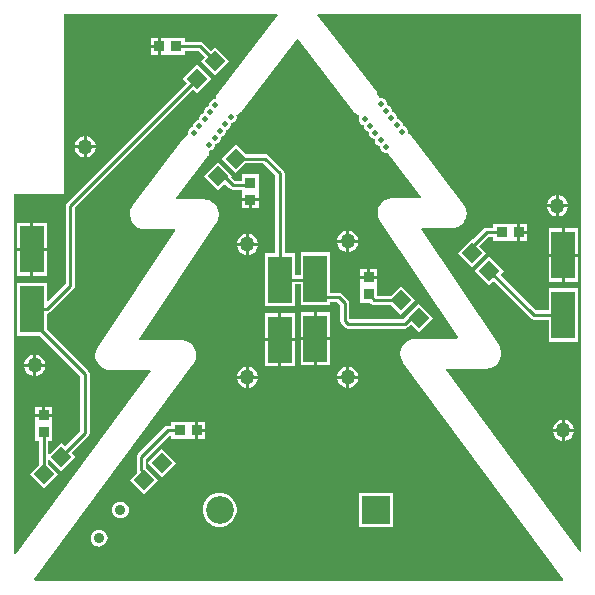
<source format=gbl>
G04*
G04 #@! TF.GenerationSoftware,Altium Limited,Altium Designer,23.1.1 (15)*
G04*
G04 Layer_Physical_Order=2*
G04 Layer_Color=16711680*
%FSLAX44Y44*%
%MOMM*%
G71*
G04*
G04 #@! TF.SameCoordinates,FE5ED9A9-07CB-4C5F-963A-3420CF118FF3*
G04*
G04*
G04 #@! TF.FilePolarity,Positive*
G04*
G01*
G75*
%ADD12C,0.0001*%
%ADD16R,0.9621X0.9350*%
%ADD17R,2.0000X4.0000*%
%ADD18P,1.6971X4X360.0*%
%ADD19P,1.6971X4X90.0*%
%ADD20R,0.9350X0.9621*%
%ADD25C,0.9000*%
%ADD28C,0.2540*%
%ADD29C,2.3500*%
%ADD30R,2.3500X2.3500*%
%ADD31C,0.5000*%
%ADD32C,1.2700*%
G36*
X480000Y25052D02*
X478793Y24655D01*
X365378Y178576D01*
X365951Y179710D01*
X401049D01*
X401391Y179778D01*
X401740Y179803D01*
X404357Y180527D01*
X404669Y180684D01*
X404998Y180802D01*
X407328Y182197D01*
X407586Y182432D01*
X407872Y182633D01*
X409745Y184599D01*
X409932Y184894D01*
X410154Y185163D01*
X411435Y187558D01*
X411537Y187892D01*
X411679Y188211D01*
X412275Y190861D01*
X412284Y191210D01*
X412336Y191555D01*
X412205Y194268D01*
X412120Y194606D01*
X412077Y194953D01*
X411228Y197532D01*
X411056Y197836D01*
X410923Y198159D01*
X410170Y199289D01*
X344641Y297582D01*
X345240Y298702D01*
X371761D01*
X372113Y298772D01*
X372471Y298801D01*
X375159Y299567D01*
X375478Y299731D01*
X375814Y299857D01*
X378189Y301330D01*
X378451Y301575D01*
X378740Y301789D01*
X380621Y303857D01*
X380806Y304164D01*
X381025Y304448D01*
X382267Y306952D01*
X382360Y307299D01*
X382493Y307633D01*
X383001Y310381D01*
X382996Y310740D01*
X383032Y311097D01*
X382768Y313880D01*
X382664Y314223D01*
X382602Y314577D01*
X381584Y317180D01*
X381391Y317483D01*
X381234Y317805D01*
X380388Y318918D01*
X380388Y318918D01*
X337988Y374678D01*
X337988Y374678D01*
X337037Y375928D01*
X336736Y376194D01*
X336458Y376484D01*
X333882Y378282D01*
X333623Y378395D01*
X333756Y378717D01*
Y380723D01*
X332989Y382575D01*
X331571Y383993D01*
X329719Y384760D01*
X329220D01*
X329184Y384813D01*
Y386819D01*
X328417Y388671D01*
X326999Y390089D01*
X325146Y390856D01*
X324358D01*
Y392660D01*
X323591Y394513D01*
X322173Y395931D01*
X320321Y396698D01*
X320040D01*
Y398503D01*
X319273Y400355D01*
X317855Y401773D01*
X316003Y402540D01*
X315722D01*
Y404344D01*
X314955Y406197D01*
X313537Y407615D01*
X311684Y408382D01*
X309680D01*
X308870Y409421D01*
X308466Y410615D01*
X308360Y410799D01*
X308298Y411003D01*
X307529Y412447D01*
X307394Y412611D01*
X307300Y412802D01*
X306804Y413452D01*
X306804Y413452D01*
X256784Y478861D01*
X257347Y480000D01*
X267500D01*
X480000Y480000D01*
Y25052D01*
D02*
G37*
G36*
X223276Y478861D02*
X173256Y413452D01*
X172456Y412406D01*
X172307Y412102D01*
X172119Y411820D01*
X171115Y409384D01*
X171050Y409052D01*
X170942Y408731D01*
X170787Y407540D01*
X168997D01*
X167145Y406773D01*
X165727Y405355D01*
X164960Y403503D01*
Y401698D01*
X164680D01*
X162827Y400931D01*
X161409Y399513D01*
X160642Y397660D01*
Y395856D01*
X160361D01*
X158509Y395089D01*
X157091Y393671D01*
X156324Y391819D01*
Y390014D01*
X155535D01*
X153683Y389247D01*
X152265Y387829D01*
X151498Y385976D01*
Y383971D01*
X151462Y383918D01*
X150963D01*
X149111Y383151D01*
X147693Y381733D01*
X146926Y379880D01*
Y377876D01*
X147164Y377302D01*
X147118Y377282D01*
X144542Y375484D01*
X144264Y375194D01*
X143963Y374928D01*
X143012Y373678D01*
X143012Y373678D01*
X100612Y317918D01*
X99766Y316805D01*
X99609Y316483D01*
X99416Y316180D01*
X98398Y313577D01*
X98336Y313223D01*
X98232Y312880D01*
X97968Y310097D01*
X98004Y309740D01*
X97999Y309381D01*
X98507Y306632D01*
X98640Y306299D01*
X98733Y305952D01*
X99975Y303448D01*
X100194Y303164D01*
X100379Y302857D01*
X102260Y300788D01*
X102549Y300575D01*
X102811Y300330D01*
X105186Y298857D01*
X105522Y298731D01*
X105841Y298567D01*
X108530Y297801D01*
X108887Y297772D01*
X109239Y297702D01*
X135760D01*
X136359Y296582D01*
X70830Y198289D01*
X70077Y197159D01*
X69944Y196836D01*
X69772Y196532D01*
X68923Y193953D01*
X68880Y193606D01*
X68795Y193268D01*
X68664Y190555D01*
X68716Y190210D01*
X68725Y189861D01*
X69321Y187211D01*
X69463Y186892D01*
X69565Y186558D01*
X70846Y184163D01*
X71068Y183894D01*
X71255Y183599D01*
X73128Y181633D01*
X73414Y181432D01*
X73672Y181197D01*
X76002Y179802D01*
X76331Y179684D01*
X76643Y179527D01*
X79260Y178803D01*
X79608Y178778D01*
X79951Y178710D01*
X115049D01*
X115622Y177576D01*
X1207Y22298D01*
X0Y22695D01*
Y327410D01*
X40000D01*
X40991Y327607D01*
X41831Y328169D01*
X42393Y329009D01*
X42590Y330000D01*
Y480000D01*
X222713D01*
X223276Y478861D01*
D02*
G37*
G36*
X286796Y398152D02*
X287749Y396906D01*
X288050Y396641D01*
X288329Y396352D01*
X290906Y394562D01*
X291275Y394402D01*
X291628Y394212D01*
X291743Y394178D01*
X292359Y392662D01*
X291926Y391617D01*
Y389612D01*
X292693Y387759D01*
X294111Y386341D01*
X295963Y385574D01*
X296498D01*
Y383769D01*
X297265Y381917D01*
X298683Y380499D01*
X300536Y379732D01*
X300816D01*
Y377928D01*
X301583Y376075D01*
X303001Y374657D01*
X304853Y373890D01*
X305134D01*
Y372085D01*
X305901Y370233D01*
X307319Y368815D01*
X309172Y368048D01*
X309960D01*
Y366497D01*
X310727Y364645D01*
X312145Y363227D01*
X313997Y362460D01*
X316003D01*
X316455Y361875D01*
X317219Y360435D01*
X317353Y360271D01*
X317445Y360081D01*
X317938Y359432D01*
X344101Y325027D01*
X343537Y323889D01*
X319378D01*
X319128Y323839D01*
X318873D01*
X316940Y323455D01*
X316704Y323357D01*
X316454Y323307D01*
X314634Y322553D01*
X314421Y322411D01*
X314186Y322314D01*
X312547Y321219D01*
X312367Y321039D01*
X312155Y320897D01*
X310761Y319503D01*
X310620Y319291D01*
X310439Y319111D01*
X309345Y317472D01*
X309247Y317237D01*
X309105Y317025D01*
X308351Y315204D01*
X308301Y314954D01*
X308204Y314718D01*
X307819Y312786D01*
Y312531D01*
X307770Y312280D01*
Y310558D01*
X307807Y310371D01*
X307798Y310179D01*
X308013Y308722D01*
X308078Y308542D01*
X308096Y308351D01*
X308523Y306941D01*
X308614Y306772D01*
X308660Y306586D01*
X309289Y305254D01*
X309403Y305099D01*
X309476Y304922D01*
X309885Y304310D01*
X309885Y304310D01*
X375413Y206017D01*
X374814Y204897D01*
X338635D01*
X338385Y204847D01*
X338130D01*
X336197Y204463D01*
X335961Y204365D01*
X335711Y204315D01*
X333891Y203561D01*
X333679Y203419D01*
X333443Y203322D01*
X331805Y202227D01*
X331624Y202047D01*
X331412Y201905D01*
X330019Y200511D01*
X329877Y200299D01*
X329697Y200119D01*
X328602Y198480D01*
X328504Y198245D01*
X328363Y198033D01*
X327608Y196212D01*
X327559Y195962D01*
X327461Y195726D01*
X327077Y193794D01*
Y193539D01*
X327027Y193288D01*
Y191507D01*
X327067Y191304D01*
X327059Y191097D01*
X327312Y189524D01*
X327383Y189330D01*
X327408Y189125D01*
X327906Y187612D01*
X328008Y187431D01*
X328065Y187232D01*
X328796Y185817D01*
X328925Y185655D01*
X329013Y185468D01*
X329486Y184827D01*
X464839Y1133D01*
X464266Y0D01*
X17471D01*
X16898Y1133D01*
X151514Y183827D01*
X151987Y184468D01*
X152075Y184655D01*
X152204Y184817D01*
X152935Y186232D01*
X152992Y186431D01*
X153094Y186612D01*
X153591Y188125D01*
X153617Y188330D01*
X153688Y188524D01*
X153941Y190097D01*
X153933Y190304D01*
X153973Y190507D01*
Y192288D01*
X153923Y192539D01*
Y192794D01*
X153539Y194726D01*
X153441Y194962D01*
X153392Y195212D01*
X152638Y197033D01*
X152496Y197245D01*
X152398Y197481D01*
X151303Y199119D01*
X151123Y199299D01*
X150981Y199511D01*
X149588Y200905D01*
X149376Y201047D01*
X149195Y201227D01*
X147557Y202322D01*
X147321Y202419D01*
X147109Y202561D01*
X145289Y203315D01*
X145038Y203365D01*
X144803Y203463D01*
X142870Y203847D01*
X142615D01*
X142365Y203897D01*
X106186D01*
X105587Y205016D01*
X171115Y303309D01*
X171115Y303310D01*
X171524Y303922D01*
X171597Y304099D01*
X171711Y304254D01*
X172340Y305586D01*
X172386Y305772D01*
X172477Y305941D01*
X172903Y307351D01*
X172922Y307541D01*
X172987Y307722D01*
X173202Y309179D01*
X173193Y309370D01*
X173230Y309559D01*
Y311280D01*
X173181Y311531D01*
Y311786D01*
X172796Y313718D01*
X172699Y313954D01*
X172649Y314204D01*
X171895Y316025D01*
X171753Y316237D01*
X171656Y316472D01*
X170561Y318111D01*
X170380Y318291D01*
X170239Y318503D01*
X168845Y319897D01*
X168633Y320039D01*
X168453Y320219D01*
X166814Y321314D01*
X166579Y321411D01*
X166367Y321553D01*
X164546Y322307D01*
X164296Y322357D01*
X164060Y322454D01*
X162127Y322839D01*
X161872D01*
X161622Y322889D01*
X137463D01*
X136899Y324026D01*
X163061Y358432D01*
X163555Y359081D01*
X163647Y359271D01*
X163781Y359435D01*
X164545Y360875D01*
X164605Y361078D01*
X164711Y361261D01*
X165231Y362805D01*
X165258Y363015D01*
X165333Y363213D01*
X165523Y364372D01*
X166176D01*
X168029Y365139D01*
X169447Y366557D01*
X170214Y368410D01*
Y369960D01*
X171003D01*
X172855Y370727D01*
X174273Y372145D01*
X175040Y373997D01*
Y375802D01*
X175320D01*
X177173Y376569D01*
X178591Y377987D01*
X179358Y379840D01*
Y381644D01*
X179639D01*
X181491Y382411D01*
X182909Y383829D01*
X183676Y385681D01*
Y387486D01*
X184210D01*
X186063Y388253D01*
X187481Y389671D01*
X188248Y391524D01*
Y393529D01*
X187998Y394133D01*
X189315Y394681D01*
X189596Y394870D01*
X189900Y395020D01*
X191987Y396627D01*
X192210Y396882D01*
X192464Y397106D01*
X193264Y398152D01*
X193264Y398152D01*
X239395Y458477D01*
X240665D01*
X286796Y398152D01*
D02*
G37*
%LPC*%
G36*
X461270Y326363D02*
Y318770D01*
X468863D01*
X468284Y320931D01*
X467114Y322959D01*
X465459Y324614D01*
X463431Y325784D01*
X461270Y326363D01*
D02*
G37*
G36*
X458730D02*
X456569Y325784D01*
X454541Y324614D01*
X452886Y322959D01*
X451716Y320931D01*
X451137Y318770D01*
X458730D01*
Y326363D01*
D02*
G37*
G36*
X468863Y316230D02*
X461270D01*
Y308637D01*
X463431Y309216D01*
X465459Y310386D01*
X467114Y312041D01*
X468284Y314069D01*
X468863Y316230D01*
D02*
G37*
G36*
X458730D02*
X451137D01*
X451716Y314069D01*
X452886Y312041D01*
X454541Y310386D01*
X456569Y309216D01*
X458730Y308637D01*
Y316230D01*
D02*
G37*
G36*
X434369Y302351D02*
X428424D01*
Y296270D01*
X434369D01*
Y302351D01*
D02*
G37*
G36*
Y293730D02*
X428424D01*
Y287649D01*
X434369D01*
Y293730D01*
D02*
G37*
G36*
X425884Y302351D02*
X405631D01*
Y298885D01*
X400000D01*
X398513Y298589D01*
X397253Y297747D01*
X388292Y288785D01*
X387575Y289502D01*
X375498Y277425D01*
X387575Y265347D01*
X399653Y277425D01*
X393786Y283292D01*
X401609Y291115D01*
X405631D01*
Y287649D01*
X425884D01*
Y295000D01*
Y302351D01*
D02*
G37*
G36*
X477540Y298340D02*
X466270D01*
Y277070D01*
X477540D01*
Y298340D01*
D02*
G37*
G36*
X463730D02*
X452460D01*
Y277070D01*
X463730D01*
Y298340D01*
D02*
G37*
G36*
X477540Y274530D02*
X466270D01*
Y253260D01*
X477540D01*
Y274530D01*
D02*
G37*
G36*
X463730D02*
X452460D01*
Y253260D01*
X463730D01*
Y274530D01*
D02*
G37*
G36*
X402425Y274653D02*
X390347Y262575D01*
X402425Y250498D01*
X405717Y253790D01*
X437253Y222253D01*
X438513Y221411D01*
X440000Y221115D01*
X452460D01*
Y202460D01*
X477540D01*
Y247540D01*
X452460D01*
Y228885D01*
X441609D01*
X411210Y259284D01*
X414502Y262575D01*
X402425Y274653D01*
D02*
G37*
G36*
X466270Y136363D02*
Y128770D01*
X473863D01*
X473284Y130931D01*
X472114Y132959D01*
X470459Y134614D01*
X468431Y135784D01*
X466270Y136363D01*
D02*
G37*
G36*
X463730D02*
X461569Y135784D01*
X459541Y134614D01*
X457886Y132959D01*
X456716Y130931D01*
X456137Y128770D01*
X463730D01*
Y136363D01*
D02*
G37*
G36*
X473863Y126230D02*
X466270D01*
Y118637D01*
X468431Y119216D01*
X470459Y120386D01*
X472114Y122041D01*
X473284Y124069D01*
X473863Y126230D01*
D02*
G37*
G36*
X463730D02*
X456137D01*
X456716Y124069D01*
X457886Y122041D01*
X459541Y120386D01*
X461569Y119216D01*
X463730Y118637D01*
Y126230D01*
D02*
G37*
G36*
X121576Y459851D02*
X115631D01*
Y453770D01*
X121576D01*
Y459851D01*
D02*
G37*
G36*
Y451230D02*
X115631D01*
Y445149D01*
X121576D01*
Y451230D01*
D02*
G37*
G36*
X144369Y459851D02*
X124116D01*
Y452500D01*
Y445149D01*
X144369D01*
Y448615D01*
X155740D01*
X161139Y443216D01*
X157847Y439925D01*
X169925Y427847D01*
X182002Y439925D01*
X169925Y452002D01*
X166633Y448710D01*
X160096Y455247D01*
X158836Y456089D01*
X157349Y456385D01*
X144369D01*
Y459851D01*
D02*
G37*
G36*
X155075Y437153D02*
X142998Y425075D01*
X146290Y421783D01*
X44753Y320247D01*
X43911Y318987D01*
X43615Y317500D01*
Y251609D01*
X28713Y236707D01*
X27540Y237193D01*
Y252540D01*
X2460D01*
Y207460D01*
X22046D01*
X56115Y173391D01*
Y126609D01*
X43292Y113785D01*
X40000Y117077D01*
X30209Y107286D01*
X29035Y107772D01*
Y118477D01*
X32351D01*
Y132785D01*
Y138730D01*
X25000D01*
X17649D01*
Y132785D01*
Y118477D01*
X21266D01*
Y98343D01*
X13073Y90151D01*
X25151Y78073D01*
X37228Y90151D01*
X29035Y98343D01*
Y102228D01*
X30209Y102714D01*
X40000Y92923D01*
X52077Y105000D01*
X48786Y108292D01*
X62747Y122253D01*
X63589Y123513D01*
X63885Y125000D01*
Y175000D01*
X63589Y176487D01*
X62747Y177747D01*
X27540Y212954D01*
Y226123D01*
X28987Y226411D01*
X30247Y227253D01*
X50247Y247253D01*
X51089Y248513D01*
X51385Y250000D01*
Y315891D01*
X151784Y416290D01*
X155075Y412998D01*
X167153Y425075D01*
X155075Y437153D01*
D02*
G37*
G36*
X61270Y376363D02*
Y368770D01*
X68863D01*
X68284Y370931D01*
X67114Y372959D01*
X65459Y374614D01*
X63431Y375784D01*
X61270Y376363D01*
D02*
G37*
G36*
X58730D02*
X56569Y375784D01*
X54541Y374614D01*
X52886Y372959D01*
X51716Y370931D01*
X51137Y368770D01*
X58730D01*
Y376363D01*
D02*
G37*
G36*
X68863Y366230D02*
X61270D01*
Y358637D01*
X63431Y359216D01*
X65459Y360386D01*
X67114Y362041D01*
X68284Y364069D01*
X68863Y366230D01*
D02*
G37*
G36*
X58730D02*
X51137D01*
X51716Y364069D01*
X52886Y362041D01*
X54541Y360386D01*
X56569Y359216D01*
X58730Y358637D01*
Y366230D01*
D02*
G37*
G36*
X27540Y303340D02*
X16270D01*
Y282070D01*
X27540D01*
Y303340D01*
D02*
G37*
G36*
X13730D02*
X2460D01*
Y282070D01*
X13730D01*
Y303340D01*
D02*
G37*
G36*
X27540Y279530D02*
X16270D01*
Y258260D01*
X27540D01*
Y279530D01*
D02*
G37*
G36*
X13730D02*
X2460D01*
Y258260D01*
X13730D01*
Y279530D01*
D02*
G37*
G36*
X18770Y191363D02*
Y183770D01*
X26363D01*
X25784Y185931D01*
X24614Y187959D01*
X22959Y189614D01*
X20931Y190784D01*
X18770Y191363D01*
D02*
G37*
G36*
X16230D02*
X14069Y190784D01*
X12041Y189614D01*
X10386Y187959D01*
X9216Y185931D01*
X8637Y183770D01*
X16230D01*
Y191363D01*
D02*
G37*
G36*
X26363Y181230D02*
X18770D01*
Y173637D01*
X20931Y174216D01*
X22959Y175386D01*
X24614Y177041D01*
X25784Y179069D01*
X26363Y181230D01*
D02*
G37*
G36*
X16230D02*
X8637D01*
X9216Y179069D01*
X10386Y177041D01*
X12041Y175386D01*
X14069Y174216D01*
X16230Y173637D01*
Y181230D01*
D02*
G37*
G36*
X32351Y147215D02*
X26270D01*
Y141270D01*
X32351D01*
Y147215D01*
D02*
G37*
G36*
X23730D02*
X17649D01*
Y141270D01*
X23730D01*
Y147215D01*
D02*
G37*
G36*
X172575Y354653D02*
X160498Y342575D01*
X172575Y330498D01*
X178292Y336214D01*
X182253Y332253D01*
X183513Y331411D01*
X185000Y331115D01*
X192649D01*
Y324116D01*
X200000D01*
X207351D01*
Y329939D01*
Y344369D01*
X192649D01*
Y338885D01*
X186609D01*
X183785Y341708D01*
X184653Y342575D01*
X172575Y354653D01*
D02*
G37*
G36*
X207351Y321576D02*
X201270D01*
Y315631D01*
X207351D01*
Y321576D01*
D02*
G37*
G36*
X198730D02*
X192649D01*
Y315631D01*
X198730D01*
Y321576D01*
D02*
G37*
G36*
X283770Y296363D02*
Y288770D01*
X291363D01*
X290784Y290931D01*
X289614Y292959D01*
X287959Y294614D01*
X285931Y295784D01*
X283770Y296363D01*
D02*
G37*
G36*
X281230D02*
X279069Y295784D01*
X277041Y294614D01*
X275386Y292959D01*
X274216Y290931D01*
X273637Y288770D01*
X281230D01*
Y296363D01*
D02*
G37*
G36*
X198770Y293863D02*
Y286270D01*
X206363D01*
X205784Y288431D01*
X204614Y290459D01*
X202959Y292114D01*
X200931Y293284D01*
X198770Y293863D01*
D02*
G37*
G36*
X196230D02*
X194069Y293284D01*
X192041Y292114D01*
X190386Y290459D01*
X189216Y288431D01*
X188637Y286270D01*
X196230D01*
Y293863D01*
D02*
G37*
G36*
X291363Y286230D02*
X283770D01*
Y278637D01*
X285931Y279216D01*
X287959Y280386D01*
X289614Y282041D01*
X290784Y284069D01*
X291363Y286230D01*
D02*
G37*
G36*
X281230D02*
X273637D01*
X274216Y284069D01*
X275386Y282041D01*
X277041Y280386D01*
X279069Y279216D01*
X281230Y278637D01*
Y286230D01*
D02*
G37*
G36*
X206363Y283730D02*
X198770D01*
Y276137D01*
X200931Y276716D01*
X202959Y277886D01*
X204614Y279541D01*
X205784Y281569D01*
X206363Y283730D01*
D02*
G37*
G36*
X196230D02*
X188637D01*
X189216Y281569D01*
X190386Y279541D01*
X192041Y277886D01*
X194069Y276716D01*
X196230Y276137D01*
Y283730D01*
D02*
G37*
G36*
X307351Y264369D02*
X301270D01*
Y258424D01*
X307351D01*
Y264369D01*
D02*
G37*
G36*
X298730D02*
X292649D01*
Y258424D01*
X298730D01*
Y264369D01*
D02*
G37*
G36*
X300000Y257154D02*
D01*
Y255884D01*
X292649D01*
Y249939D01*
Y235631D01*
X301481D01*
X302118Y234678D01*
X303378Y233836D01*
X304865Y233540D01*
X319383D01*
X327575Y225347D01*
X339653Y237425D01*
X327575Y249502D01*
X319383Y241309D01*
X307351D01*
Y249939D01*
Y255884D01*
X300000D01*
Y257154D01*
D02*
G37*
G36*
X187425Y369502D02*
X175347Y357425D01*
X187425Y345347D01*
X195617Y353540D01*
X210966D01*
X221115Y343391D01*
Y277540D01*
X212460D01*
Y232460D01*
X237540D01*
Y251115D01*
X242460D01*
Y233260D01*
X267540D01*
Y236115D01*
X273391D01*
X276115Y233391D01*
Y220000D01*
X276411Y218513D01*
X277253Y217253D01*
X279753Y214753D01*
X281013Y213911D01*
X282500Y213615D01*
X330660D01*
X332147Y213911D01*
X333407Y214753D01*
X335788Y217134D01*
X342425Y210498D01*
X354502Y222575D01*
X342425Y234653D01*
X333307Y225535D01*
X332989Y225322D01*
X329051Y221385D01*
X284109D01*
X283885Y221609D01*
Y235000D01*
X283589Y236487D01*
X282747Y237747D01*
X277747Y242747D01*
X276487Y243589D01*
X275000Y243885D01*
X267540D01*
Y278340D01*
X242460D01*
Y258885D01*
X237540D01*
Y277540D01*
X228885D01*
Y345000D01*
X228589Y346487D01*
X227747Y347747D01*
X215322Y360172D01*
X214062Y361014D01*
X212575Y361309D01*
X195617D01*
X187425Y369502D01*
D02*
G37*
G36*
X267540Y227540D02*
X256270D01*
Y206270D01*
X267540D01*
Y227540D01*
D02*
G37*
G36*
X253730D02*
X242460D01*
Y206270D01*
X253730D01*
Y227540D01*
D02*
G37*
G36*
X237540Y226740D02*
X226270D01*
Y205470D01*
X237540D01*
Y226740D01*
D02*
G37*
G36*
X223730D02*
X212460D01*
Y205470D01*
X223730D01*
Y226740D01*
D02*
G37*
G36*
X267540Y203730D02*
X256270D01*
Y182460D01*
X267540D01*
Y203730D01*
D02*
G37*
G36*
X253730D02*
X242460D01*
Y182460D01*
X253730D01*
Y203730D01*
D02*
G37*
G36*
X237540Y202930D02*
X226270D01*
Y181660D01*
X237540D01*
Y202930D01*
D02*
G37*
G36*
X223730D02*
X212460D01*
Y181660D01*
X223730D01*
Y202930D01*
D02*
G37*
G36*
X283770Y181363D02*
Y173770D01*
X291363D01*
X290784Y175931D01*
X289614Y177959D01*
X287959Y179614D01*
X285931Y180784D01*
X283770Y181363D01*
D02*
G37*
G36*
X281230D02*
X279069Y180784D01*
X277041Y179614D01*
X275386Y177959D01*
X274216Y175931D01*
X273637Y173770D01*
X281230D01*
Y181363D01*
D02*
G37*
G36*
X198770D02*
Y173770D01*
X206363D01*
X205784Y175931D01*
X204614Y177959D01*
X202959Y179614D01*
X200931Y180784D01*
X198770Y181363D01*
D02*
G37*
G36*
X196230D02*
X194069Y180784D01*
X192041Y179614D01*
X190386Y177959D01*
X189216Y175931D01*
X188637Y173770D01*
X196230D01*
Y181363D01*
D02*
G37*
G36*
X291363Y171230D02*
X283770D01*
Y163637D01*
X285931Y164216D01*
X287959Y165386D01*
X289614Y167041D01*
X290784Y169069D01*
X291363Y171230D01*
D02*
G37*
G36*
X281230D02*
X273637D01*
X274216Y169069D01*
X275386Y167041D01*
X277041Y165386D01*
X279069Y164216D01*
X281230Y163637D01*
Y171230D01*
D02*
G37*
G36*
X206363D02*
X198770D01*
Y163637D01*
X200931Y164216D01*
X202959Y165386D01*
X204614Y167041D01*
X205784Y169069D01*
X206363Y171230D01*
D02*
G37*
G36*
X196230D02*
X188637D01*
X189216Y169069D01*
X190386Y167041D01*
X192041Y165386D01*
X194069Y164216D01*
X196230Y163637D01*
Y171230D01*
D02*
G37*
G36*
X161869Y134851D02*
X155924D01*
Y128770D01*
X161869D01*
Y134851D01*
D02*
G37*
G36*
Y126230D02*
X155924D01*
Y120149D01*
X161869D01*
Y126230D01*
D02*
G37*
G36*
X153384Y134851D02*
X133131D01*
Y131385D01*
X130000D01*
X128513Y131089D01*
X127253Y130247D01*
X104753Y107747D01*
X103911Y106487D01*
X103615Y105000D01*
Y93779D01*
X103911Y92292D01*
X104433Y91511D01*
X97998Y85075D01*
X110075Y72998D01*
X122153Y85075D01*
X111385Y95843D01*
Y103391D01*
X131609Y123615D01*
X133131D01*
Y120149D01*
X153384D01*
Y127500D01*
Y134851D01*
D02*
G37*
G36*
X124925Y112002D02*
X112847Y99925D01*
X124925Y87847D01*
X137002Y99925D01*
X124925Y112002D01*
D02*
G37*
G36*
X89938Y67101D02*
X88102Y66842D01*
X86396Y66118D01*
X84935Y64977D01*
X83820Y63497D01*
X83125Y61778D01*
X82900Y59938D01*
X83158Y58102D01*
X83882Y56396D01*
X85023Y54935D01*
X86503Y53820D01*
X88222Y53125D01*
X90062Y52899D01*
X91898Y53158D01*
X93604Y53882D01*
X95065Y55023D01*
X96180Y56503D01*
X96875Y58222D01*
X97100Y60062D01*
X96842Y61898D01*
X96118Y63604D01*
X94977Y65065D01*
X93497Y66180D01*
X91778Y66875D01*
X89938Y67101D01*
D02*
G37*
G36*
X320340Y74290D02*
X291760D01*
Y45710D01*
X320340D01*
Y74290D01*
D02*
G37*
G36*
X175831D02*
X172069D01*
X168434Y73316D01*
X165176Y71435D01*
X162515Y68774D01*
X160634Y65516D01*
X159660Y61881D01*
Y58119D01*
X160634Y54484D01*
X162515Y51226D01*
X165176Y48565D01*
X168434Y46684D01*
X172069Y45710D01*
X175831D01*
X179466Y46684D01*
X182724Y48565D01*
X185385Y51226D01*
X187266Y54484D01*
X188240Y58119D01*
Y61881D01*
X187266Y65516D01*
X185385Y68774D01*
X182724Y71435D01*
X179466Y73316D01*
X175831Y74290D01*
D02*
G37*
G36*
X71884Y43141D02*
X70048Y42884D01*
X68342Y42159D01*
X66881Y41018D01*
X65765Y39537D01*
X65071Y37819D01*
X64845Y35979D01*
X65103Y34143D01*
X65827Y32437D01*
X66969Y30976D01*
X68449Y29861D01*
X70168Y29166D01*
X72008Y28940D01*
X73843Y29198D01*
X75550Y29923D01*
X77010Y31064D01*
X78126Y32544D01*
X78820Y34263D01*
X79046Y36103D01*
X78788Y37938D01*
X78064Y39645D01*
X76923Y41106D01*
X75442Y42221D01*
X73723Y42916D01*
X71884Y43141D01*
D02*
G37*
%LPD*%
D12*
X304865Y237425D02*
Y237771D01*
X155075Y425075D02*
Y425075D01*
X169925Y439925D02*
Y439925D01*
X40000Y105000D02*
X40000D01*
X335735Y222575D02*
X342425D01*
D16*
X25000Y140000D02*
D03*
Y125692D02*
D03*
X300000Y257154D02*
D03*
Y242846D02*
D03*
X200000Y322846D02*
D03*
Y337154D02*
D03*
D17*
X15000Y280800D02*
D03*
Y230000D02*
D03*
X465000Y275800D02*
D03*
Y225000D02*
D03*
X225000Y204200D02*
D03*
Y255000D02*
D03*
X255000Y205000D02*
D03*
Y255800D02*
D03*
D18*
X387575Y277425D02*
D03*
X402425Y262575D02*
D03*
X327575Y237425D02*
D03*
X342425Y222575D02*
D03*
D19*
X110075Y85075D02*
D03*
X124925Y99925D02*
D03*
X25151Y90151D02*
D03*
X40000Y105000D02*
D03*
X169925Y439925D02*
D03*
X155075Y425075D02*
D03*
X172575Y342575D02*
D03*
X187425Y357425D02*
D03*
D20*
X154654Y127500D02*
D03*
X140346D02*
D03*
X122846Y452500D02*
D03*
X137154D02*
D03*
X427154Y295000D02*
D03*
X412846D02*
D03*
D25*
X90000Y60000D02*
D03*
X71946Y36041D02*
D03*
D28*
X254200Y255000D02*
X255000Y255800D01*
X225000Y255000D02*
X254200D01*
X387575Y277425D02*
Y282575D01*
X400000Y295000D01*
X412846D01*
X402425Y262575D02*
X440000Y225000D01*
X402425Y262575D02*
X402425D01*
X440000Y225000D02*
X465000D01*
X107500Y105000D02*
X130000Y127500D01*
X140346D01*
X107500Y93779D02*
Y105000D01*
X110075Y85075D02*
Y91203D01*
X107500Y93779D02*
X110075Y91203D01*
X282500Y217500D02*
X330660D01*
X335735Y222575D01*
X280000Y220000D02*
Y235000D01*
Y220000D02*
X282500Y217500D01*
X275000Y240000D02*
X280000Y235000D01*
X255000Y248730D02*
Y255800D01*
Y248730D02*
X263730Y240000D01*
X275000D01*
X304865Y237425D02*
X327575D01*
X304865Y237771D02*
Y238117D01*
X300000Y242846D02*
X300135D01*
X304865Y238117D01*
X225000Y255000D02*
Y345000D01*
X212575Y357425D02*
X225000Y345000D01*
X187425Y357425D02*
X212575D01*
X197846Y335000D02*
X200000Y337154D01*
X185000Y335000D02*
X197846D01*
X177425Y342575D02*
X185000Y335000D01*
X172575Y342575D02*
X177425D01*
X157349Y452500D02*
X169925Y439925D01*
X137154Y452500D02*
X157349D01*
X169925Y439925D02*
X169925D01*
X47500Y317500D02*
X155075Y425075D01*
X47500Y250000D02*
Y317500D01*
X27500Y230000D02*
X47500Y250000D01*
X15000Y230000D02*
X27500D01*
X15000Y220000D02*
X60000Y175000D01*
X15000Y220000D02*
Y230000D01*
X60000Y125000D02*
Y175000D01*
X40000Y105000D02*
X60000Y125000D01*
X25000Y125692D02*
X25151Y125541D01*
Y90151D02*
Y125541D01*
D29*
X173950Y60000D02*
D03*
D30*
X306050D02*
D03*
D31*
X328716Y379720D02*
D03*
X324144Y385816D02*
D03*
X319318Y391658D02*
D03*
X315000Y397500D02*
D03*
X310682Y403342D02*
D03*
X183208Y392526D02*
D03*
X178636Y386684D02*
D03*
X174318Y380842D02*
D03*
X170000Y375000D02*
D03*
X165174Y369412D02*
D03*
X296966Y390614D02*
D03*
X301538Y384772D02*
D03*
X305856Y378930D02*
D03*
X310174Y373088D02*
D03*
X315000Y367500D02*
D03*
X151966Y378878D02*
D03*
X156538Y384974D02*
D03*
X161364Y390816D02*
D03*
X165682Y396658D02*
D03*
X170000Y402500D02*
D03*
D32*
X282500Y172500D02*
D03*
Y287500D02*
D03*
X197500Y172500D02*
D03*
Y285000D02*
D03*
X60000Y367500D02*
D03*
X17500Y182500D02*
D03*
X465000Y127500D02*
D03*
X460000Y317500D02*
D03*
M02*

</source>
